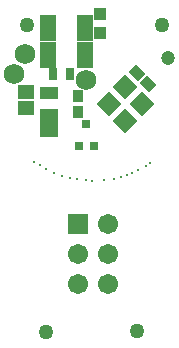
<source format=gbs>
G04*
G04 #@! TF.GenerationSoftware,Altium Limited,Altium Designer,21.7.2 (23)*
G04*
G04 Layer_Color=16711935*
%FSLAX25Y25*%
%MOIN*%
G70*
G04*
G04 #@! TF.SameCoordinates,2A64222C-FEAE-4017-A15E-55E8C78AA572*
G04*
G04*
G04 #@! TF.FilePolarity,Negative*
G04*
G01*
G75*
%ADD37R,0.03162X0.03950*%
%ADD39C,0.05000*%
%ADD40C,0.04737*%
%ADD41C,0.06800*%
%ADD42C,0.06706*%
%ADD43R,0.06706X0.06706*%
%ADD44C,0.00787*%
%ADD72R,0.03556X0.04343*%
%ADD73R,0.02572X0.02965*%
%ADD74R,0.03950X0.03950*%
%ADD75P,0.08369X4X270.0*%
G04:AMPARAMS|DCode=76|XSize=35.56mil|YSize=43.43mil|CornerRadius=0mil|HoleSize=0mil|Usage=FLASHONLY|Rotation=45.000|XOffset=0mil|YOffset=0mil|HoleType=Round|Shape=Rectangle|*
%AMROTATEDRECTD76*
4,1,4,0.00278,-0.02793,-0.02793,0.00278,-0.00278,0.02793,0.02793,-0.00278,0.00278,-0.02793,0.0*
%
%ADD76ROTATEDRECTD76*%

%ADD77R,0.06312X0.04343*%
%ADD78R,0.06312X0.09461*%
%ADD79R,0.05524X0.08674*%
%ADD80R,0.05800X0.04800*%
D37*
X-13383Y2165D02*
D03*
X-7871D02*
D03*
D39*
X22832Y18474D02*
D03*
X-22249Y18542D02*
D03*
X-15896Y-83889D02*
D03*
X14552Y-83363D02*
D03*
D40*
X24671Y7347D02*
D03*
D41*
X-26351Y2229D02*
D03*
X-2345Y224D02*
D03*
X-22735Y8809D02*
D03*
D42*
X4778Y-67935D02*
D03*
X-5222D02*
D03*
X4778Y-57935D02*
D03*
X-5222D02*
D03*
X4778Y-47935D02*
D03*
D43*
X-5222D02*
D03*
D44*
X14825Y-29941D02*
D03*
X12920Y-30758D02*
D03*
X-19841Y-27082D02*
D03*
X18931Y-27488D02*
D03*
X17369Y-28502D02*
D03*
X11164Y-31424D02*
D03*
X9289Y-32029D02*
D03*
X6880Y-32681D02*
D03*
X3391Y-33168D02*
D03*
X-630Y-33373D02*
D03*
X-2476Y-33311D02*
D03*
X-5614Y-32925D02*
D03*
X-7955Y-32446D02*
D03*
X-10589Y-31674D02*
D03*
X-13062Y-30717D02*
D03*
X-15798Y-29516D02*
D03*
X-17877Y-28269D02*
D03*
D72*
X-5211Y-10362D02*
D03*
Y-5244D02*
D03*
D73*
X130Y-21801D02*
D03*
X-4988D02*
D03*
X-2429Y-14517D02*
D03*
D74*
X2189Y22186D02*
D03*
Y15689D02*
D03*
D75*
X10602Y-13340D02*
D03*
X5035Y-7772D02*
D03*
X16170D02*
D03*
X10602Y-2204D02*
D03*
D76*
X14532Y2477D02*
D03*
X18151Y-1142D02*
D03*
D77*
X-14964Y-4024D02*
D03*
D78*
Y-14064D02*
D03*
D79*
X-15331Y17623D02*
D03*
X-2732D02*
D03*
X-2688Y8663D02*
D03*
X-15286D02*
D03*
D80*
X-22434Y-9154D02*
D03*
Y-3854D02*
D03*
M02*

</source>
